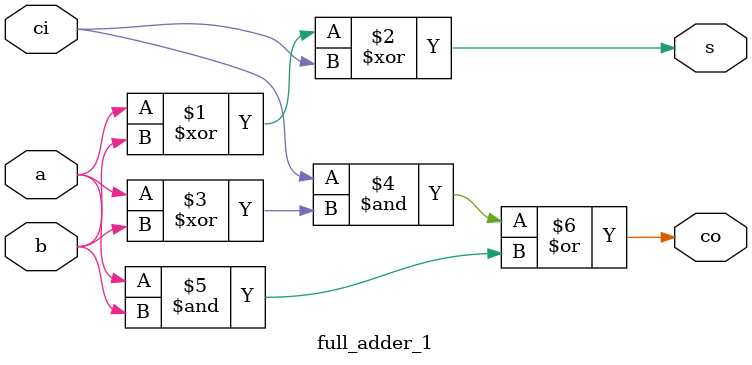
<source format=v>
`timescale 1ns / 1ps


module full_adder_1(
    input a,b,ci,
    output co,s
    );
    assign s = a^b^ci;
    assign co = (ci&(a^b)) | (a&b);
endmodule

</source>
